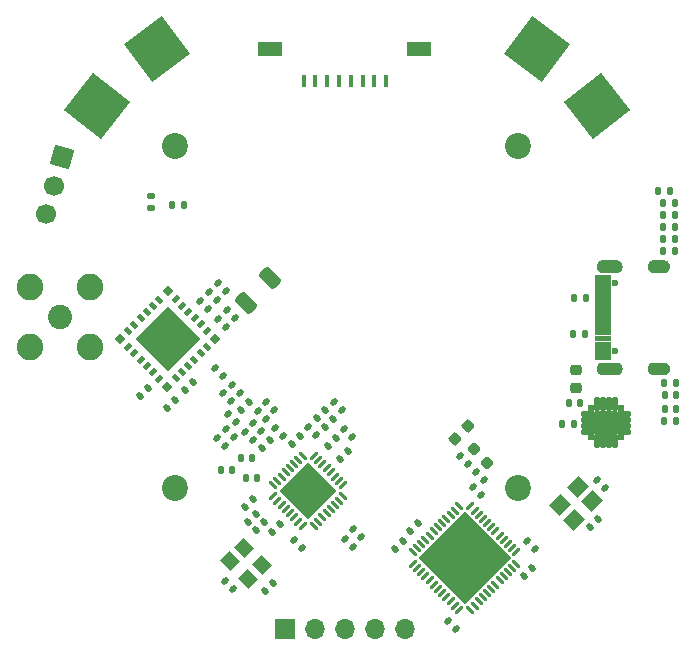
<source format=gbr>
%TF.GenerationSoftware,KiCad,Pcbnew,8.0.1*%
%TF.CreationDate,2024-09-30T12:45:29-07:00*%
%TF.ProjectId,rocketBeaconModule,726f636b-6574-4426-9561-636f6e4d6f64,rev?*%
%TF.SameCoordinates,Original*%
%TF.FileFunction,Soldermask,Top*%
%TF.FilePolarity,Negative*%
%FSLAX46Y46*%
G04 Gerber Fmt 4.6, Leading zero omitted, Abs format (unit mm)*
G04 Created by KiCad (PCBNEW 8.0.1) date 2024-09-30 12:45:29*
%MOMM*%
%LPD*%
G01*
G04 APERTURE LIST*
G04 Aperture macros list*
%AMRoundRect*
0 Rectangle with rounded corners*
0 $1 Rounding radius*
0 $2 $3 $4 $5 $6 $7 $8 $9 X,Y pos of 4 corners*
0 Add a 4 corners polygon primitive as box body*
4,1,4,$2,$3,$4,$5,$6,$7,$8,$9,$2,$3,0*
0 Add four circle primitives for the rounded corners*
1,1,$1+$1,$2,$3*
1,1,$1+$1,$4,$5*
1,1,$1+$1,$6,$7*
1,1,$1+$1,$8,$9*
0 Add four rect primitives between the rounded corners*
20,1,$1+$1,$2,$3,$4,$5,0*
20,1,$1+$1,$4,$5,$6,$7,0*
20,1,$1+$1,$6,$7,$8,$9,0*
20,1,$1+$1,$8,$9,$2,$3,0*%
%AMHorizOval*
0 Thick line with rounded ends*
0 $1 width*
0 $2 $3 position (X,Y) of the first rounded end (center of the circle)*
0 $4 $5 position (X,Y) of the second rounded end (center of the circle)*
0 Add line between two ends*
20,1,$1,$2,$3,$4,$5,0*
0 Add two circle primitives to create the rounded ends*
1,1,$1,$2,$3*
1,1,$1,$4,$5*%
%AMRotRect*
0 Rectangle, with rotation*
0 The origin of the aperture is its center*
0 $1 length*
0 $2 width*
0 $3 Rotation angle, in degrees counterclockwise*
0 Add horizontal line*
21,1,$1,$2,0,0,$3*%
G04 Aperture macros list end*
%ADD10C,0.010000*%
%ADD11RoundRect,0.140000X-0.219203X-0.021213X-0.021213X-0.219203X0.219203X0.021213X0.021213X0.219203X0*%
%ADD12RoundRect,0.140000X0.219203X0.021213X0.021213X0.219203X-0.219203X-0.021213X-0.021213X-0.219203X0*%
%ADD13RoundRect,0.140000X-0.021213X0.219203X-0.219203X0.021213X0.021213X-0.219203X0.219203X-0.021213X0*%
%ADD14RoundRect,0.062500X0.309359X-0.220971X-0.220971X0.309359X-0.309359X0.220971X0.220971X-0.309359X0*%
%ADD15RoundRect,0.062500X0.309359X0.220971X0.220971X0.309359X-0.309359X-0.220971X-0.220971X-0.309359X0*%
%ADD16RotRect,3.450000X3.450000X135.000000*%
%ADD17RotRect,1.700000X1.700000X344.000000*%
%ADD18HorizOval,1.700000X0.000000X0.000000X0.000000X0.000000X0*%
%ADD19RoundRect,0.102000X-0.175000X0.175000X-0.175000X-0.175000X0.175000X-0.175000X0.175000X0.175000X0*%
%ADD20RoundRect,0.102000X-0.150000X-0.450000X0.150000X-0.450000X0.150000X0.450000X-0.150000X0.450000X0*%
%ADD21RoundRect,0.102000X0.450000X-0.150000X0.450000X0.150000X-0.450000X0.150000X-0.450000X-0.150000X0*%
%ADD22RoundRect,0.102000X0.150000X0.450000X-0.150000X0.450000X-0.150000X-0.450000X0.150000X-0.450000X0*%
%ADD23RoundRect,0.102000X-0.450000X0.150000X-0.450000X-0.150000X0.450000X-0.150000X0.450000X0.150000X0*%
%ADD24RoundRect,0.102000X-0.900000X0.900000X-0.900000X-0.900000X0.900000X-0.900000X0.900000X0.900000X0*%
%ADD25RoundRect,0.135000X-0.135000X-0.185000X0.135000X-0.185000X0.135000X0.185000X-0.135000X0.185000X0*%
%ADD26RoundRect,0.140000X0.021213X-0.219203X0.219203X-0.021213X-0.021213X0.219203X-0.219203X0.021213X0*%
%ADD27R,1.700000X1.700000*%
%ADD28O,1.700000X1.700000*%
%ADD29R,0.400000X1.000000*%
%ADD30R,2.000000X1.300000*%
%ADD31RoundRect,0.140000X-0.140000X-0.170000X0.140000X-0.170000X0.140000X0.170000X-0.140000X0.170000X0*%
%ADD32C,2.200000*%
%ADD33RoundRect,0.135000X-0.185000X0.135000X-0.185000X-0.135000X0.185000X-0.135000X0.185000X0.135000X0*%
%ADD34RoundRect,0.140000X0.140000X0.170000X-0.140000X0.170000X-0.140000X-0.170000X0.140000X-0.170000X0*%
%ADD35RoundRect,0.135000X0.135000X0.185000X-0.135000X0.185000X-0.135000X-0.185000X0.135000X-0.185000X0*%
%ADD36RoundRect,0.062500X0.220971X0.309359X-0.309359X-0.220971X-0.220971X-0.309359X0.309359X0.220971X0*%
%ADD37RoundRect,0.062500X-0.220971X0.309359X-0.309359X0.220971X0.220971X-0.309359X0.309359X-0.220971X0*%
%ADD38RotRect,5.600000X5.600000X225.000000*%
%ADD39RoundRect,0.147500X-0.147500X-0.172500X0.147500X-0.172500X0.147500X0.172500X-0.147500X0.172500X0*%
%ADD40RotRect,4.000000X4.000000X37.000000*%
%ADD41C,2.050000*%
%ADD42C,2.250000*%
%ADD43RotRect,4.000000X4.000000X52.000000*%
%ADD44RoundRect,0.147500X0.147500X0.172500X-0.147500X0.172500X-0.147500X-0.172500X0.147500X-0.172500X0*%
%ADD45RoundRect,0.225000X0.250000X-0.225000X0.250000X0.225000X-0.250000X0.225000X-0.250000X-0.225000X0*%
%ADD46RoundRect,0.250000X-0.229810X0.689429X-0.689429X0.229810X0.229810X-0.689429X0.689429X-0.229810X0*%
%ADD47RoundRect,0.218750X0.335876X0.026517X0.026517X0.335876X-0.335876X-0.026517X-0.026517X-0.335876X0*%
%ADD48RotRect,0.609600X0.609600X315.000000*%
%ADD49RotRect,0.457200X0.609600X45.000000*%
%ADD50RotRect,0.457200X0.609600X315.000000*%
%ADD51RotRect,3.886200X3.886200X315.000000*%
%ADD52RotRect,1.300000X1.100000X315.000000*%
%ADD53C,0.600000*%
%ADD54RotRect,1.400000X1.200000X45.000000*%
%ADD55RoundRect,0.225000X0.017678X-0.335876X0.335876X-0.017678X-0.017678X0.335876X-0.335876X0.017678X0*%
%ADD56RotRect,4.000000X4.000000X143.000000*%
%ADD57RotRect,4.000000X4.000000X128.000000*%
G04 APERTURE END LIST*
D10*
%TO.C,J1*%
X94295000Y-123896000D02*
X93055000Y-123896000D01*
X93055001Y-123196000D01*
X94295000Y-123196000D01*
X94295000Y-123896000D01*
G36*
X94295000Y-123896000D02*
G01*
X93055000Y-123896000D01*
X93055001Y-123196000D01*
X94295000Y-123196000D01*
X94295000Y-123896000D01*
G37*
X94295000Y-124696000D02*
X93055000Y-124696001D01*
X93055000Y-123996000D01*
X94295000Y-123996000D01*
X94295000Y-124696000D01*
G36*
X94295000Y-124696000D02*
G01*
X93055000Y-124696001D01*
X93055000Y-123996000D01*
X94295000Y-123996000D01*
X94295000Y-124696000D01*
G37*
X94295000Y-125195999D02*
X93055000Y-125196000D01*
X93055000Y-124796000D01*
X94295000Y-124796000D01*
X94295000Y-125195999D01*
G36*
X94295000Y-125195999D02*
G01*
X93055000Y-125196000D01*
X93055000Y-124796000D01*
X94295000Y-124796000D01*
X94295000Y-125195999D01*
G37*
X94295000Y-125696000D02*
X93055000Y-125695999D01*
X93055000Y-125296000D01*
X94295000Y-125296000D01*
X94295000Y-125696000D01*
G36*
X94295000Y-125696000D02*
G01*
X93055000Y-125695999D01*
X93055000Y-125296000D01*
X94295000Y-125296000D01*
X94295000Y-125696000D01*
G37*
X94295000Y-125796001D02*
X94295000Y-126196000D01*
X93055000Y-126196000D01*
X93055000Y-125796000D01*
X94295000Y-125796001D01*
G36*
X94295000Y-125796001D02*
G01*
X94295000Y-126196000D01*
X93055000Y-126196000D01*
X93055000Y-125796000D01*
X94295000Y-125796001D01*
G37*
X94295000Y-126696000D02*
X93055000Y-126696000D01*
X93055001Y-126296000D01*
X94295000Y-126296000D01*
X94295000Y-126696000D01*
G36*
X94295000Y-126696000D02*
G01*
X93055000Y-126696000D01*
X93055001Y-126296000D01*
X94295000Y-126296000D01*
X94295000Y-126696000D01*
G37*
X94295000Y-127695999D02*
X93055000Y-127696000D01*
X93055000Y-127296000D01*
X94295000Y-127296000D01*
X94295000Y-127695999D01*
G36*
X94295000Y-127695999D02*
G01*
X93055000Y-127696000D01*
X93055000Y-127296000D01*
X94295000Y-127296000D01*
X94295000Y-127695999D01*
G37*
X94295000Y-128196000D02*
X93055000Y-128196000D01*
X93055000Y-127796001D01*
X94295000Y-127796000D01*
X94295000Y-128196000D01*
G36*
X94295000Y-128196000D02*
G01*
X93055000Y-128196000D01*
X93055000Y-127796001D01*
X94295000Y-127796000D01*
X94295000Y-128196000D01*
G37*
X94295000Y-128296001D02*
X94295000Y-128696000D01*
X93055000Y-128696000D01*
X93055000Y-128296000D01*
X94295000Y-128296001D01*
G36*
X94295000Y-128296001D02*
G01*
X94295000Y-128696000D01*
X93055000Y-128696000D01*
X93055000Y-128296000D01*
X94295000Y-128296001D01*
G37*
X94295000Y-128796000D02*
X94295000Y-129496000D01*
X93055000Y-129496000D01*
X93055000Y-128795999D01*
X94295000Y-128796000D01*
G36*
X94295000Y-128796000D02*
G01*
X94295000Y-129496000D01*
X93055000Y-129496000D01*
X93055000Y-128795999D01*
X94295000Y-128796000D01*
G37*
X94295000Y-127196000D02*
X93055001Y-127196000D01*
X93055000Y-126796000D01*
X94295000Y-126796000D01*
X94295000Y-127196000D01*
G36*
X94295000Y-127196000D02*
G01*
X93055001Y-127196000D01*
X93055000Y-126796000D01*
X94295000Y-126796000D01*
X94295000Y-127196000D01*
G37*
X94295000Y-130296000D02*
X93055001Y-130296000D01*
X93055000Y-129596000D01*
X94295000Y-129596000D01*
X94295000Y-130296000D01*
G36*
X94295000Y-130296000D02*
G01*
X93055001Y-130296000D01*
X93055000Y-129596000D01*
X94295000Y-129596000D01*
X94295000Y-130296000D01*
G37*
X94831000Y-121922000D02*
X94857000Y-121924000D01*
X94883000Y-121927000D01*
X94909001Y-121932000D01*
X94934000Y-121938000D01*
X94960000Y-121945000D01*
X94984000Y-121954000D01*
X95008001Y-121964000D01*
X95032000Y-121975000D01*
X95055000Y-121988000D01*
X95077000Y-122002000D01*
X95099000Y-122016000D01*
X95120000Y-122032001D01*
X95140000Y-122049000D01*
X95159000Y-122067000D01*
X95177000Y-122086000D01*
X95194000Y-122106001D01*
X95210000Y-122127000D01*
X95224000Y-122149000D01*
X95238000Y-122171000D01*
X95251000Y-122194000D01*
X95262000Y-122218000D01*
X95272000Y-122242000D01*
X95281000Y-122266000D01*
X95288000Y-122291999D01*
X95294000Y-122317000D01*
X95299000Y-122343000D01*
X95302000Y-122369000D01*
X95304000Y-122395000D01*
X95305000Y-122421000D01*
X95304000Y-122451000D01*
X95301000Y-122478000D01*
X95297000Y-122504000D01*
X95292000Y-122530000D01*
X95285000Y-122555000D01*
X95278000Y-122580000D01*
X95268000Y-122605000D01*
X95258000Y-122629000D01*
X95246000Y-122652999D01*
X95233000Y-122676000D01*
X95219000Y-122698000D01*
X95203000Y-122720000D01*
X95187000Y-122741000D01*
X95169000Y-122760000D01*
X95151000Y-122779000D01*
X95131000Y-122797000D01*
X95111000Y-122814000D01*
X95090000Y-122830000D01*
X95068000Y-122844000D01*
X95045000Y-122858000D01*
X95021000Y-122870001D01*
X94997000Y-122881000D01*
X94973000Y-122891000D01*
X94948000Y-122899000D01*
X94922000Y-122906000D01*
X94896000Y-122912000D01*
X94869999Y-122916000D01*
X94844000Y-122919000D01*
X94818000Y-122921000D01*
X94795000Y-122921000D01*
X93694999Y-122921000D01*
X93665000Y-122920000D01*
X93640000Y-122917000D01*
X93614000Y-122914000D01*
X93589000Y-122908000D01*
X93563999Y-122902000D01*
X93539000Y-122894000D01*
X93515000Y-122885000D01*
X93491000Y-122875000D01*
X93468000Y-122863000D01*
X93445000Y-122850000D01*
X93422999Y-122836000D01*
X93402001Y-122821000D01*
X93382000Y-122805000D01*
X93362000Y-122788000D01*
X93344000Y-122770000D01*
X93326000Y-122751000D01*
X93310000Y-122731000D01*
X93294000Y-122710000D01*
X93280000Y-122688000D01*
X93267000Y-122666000D01*
X93255000Y-122643000D01*
X93244000Y-122619000D01*
X93235000Y-122595000D01*
X93227000Y-122571000D01*
X93220000Y-122546000D01*
X93214000Y-122520000D01*
X93210000Y-122495000D01*
X93207000Y-122469000D01*
X93205000Y-122443000D01*
X93205000Y-122421000D01*
X93206000Y-122395000D01*
X93208000Y-122369001D01*
X93211000Y-122343000D01*
X93216000Y-122317000D01*
X93222000Y-122292000D01*
X93229000Y-122266000D01*
X93238000Y-122242000D01*
X93248000Y-122218000D01*
X93258999Y-122194000D01*
X93272000Y-122171000D01*
X93286000Y-122149000D01*
X93300000Y-122127000D01*
X93316000Y-122106000D01*
X93333000Y-122086000D01*
X93351000Y-122067000D01*
X93370000Y-122049000D01*
X93390000Y-122032000D01*
X93411001Y-122016000D01*
X93433000Y-122001999D01*
X93455000Y-121988000D01*
X93478000Y-121975000D01*
X93502000Y-121964000D01*
X93526000Y-121954000D01*
X93550000Y-121945000D01*
X93576000Y-121938000D01*
X93601000Y-121932000D01*
X93627000Y-121927000D01*
X93653000Y-121924001D01*
X93679000Y-121922000D01*
X93705000Y-121921000D01*
X94805000Y-121921000D01*
X94831000Y-121922000D01*
G36*
X94831000Y-121922000D02*
G01*
X94857000Y-121924000D01*
X94883000Y-121927000D01*
X94909001Y-121932000D01*
X94934000Y-121938000D01*
X94960000Y-121945000D01*
X94984000Y-121954000D01*
X95008001Y-121964000D01*
X95032000Y-121975000D01*
X95055000Y-121988000D01*
X95077000Y-122002000D01*
X95099000Y-122016000D01*
X95120000Y-122032001D01*
X95140000Y-122049000D01*
X95159000Y-122067000D01*
X95177000Y-122086000D01*
X95194000Y-122106001D01*
X95210000Y-122127000D01*
X95224000Y-122149000D01*
X95238000Y-122171000D01*
X95251000Y-122194000D01*
X95262000Y-122218000D01*
X95272000Y-122242000D01*
X95281000Y-122266000D01*
X95288000Y-122291999D01*
X95294000Y-122317000D01*
X95299000Y-122343000D01*
X95302000Y-122369000D01*
X95304000Y-122395000D01*
X95305000Y-122421000D01*
X95304000Y-122451000D01*
X95301000Y-122478000D01*
X95297000Y-122504000D01*
X95292000Y-122530000D01*
X95285000Y-122555000D01*
X95278000Y-122580000D01*
X95268000Y-122605000D01*
X95258000Y-122629000D01*
X95246000Y-122652999D01*
X95233000Y-122676000D01*
X95219000Y-122698000D01*
X95203000Y-122720000D01*
X95187000Y-122741000D01*
X95169000Y-122760000D01*
X95151000Y-122779000D01*
X95131000Y-122797000D01*
X95111000Y-122814000D01*
X95090000Y-122830000D01*
X95068000Y-122844000D01*
X95045000Y-122858000D01*
X95021000Y-122870001D01*
X94997000Y-122881000D01*
X94973000Y-122891000D01*
X94948000Y-122899000D01*
X94922000Y-122906000D01*
X94896000Y-122912000D01*
X94869999Y-122916000D01*
X94844000Y-122919000D01*
X94818000Y-122921000D01*
X94795000Y-122921000D01*
X93694999Y-122921000D01*
X93665000Y-122920000D01*
X93640000Y-122917000D01*
X93614000Y-122914000D01*
X93589000Y-122908000D01*
X93563999Y-122902000D01*
X93539000Y-122894000D01*
X93515000Y-122885000D01*
X93491000Y-122875000D01*
X93468000Y-122863000D01*
X93445000Y-122850000D01*
X93422999Y-122836000D01*
X93402001Y-122821000D01*
X93382000Y-122805000D01*
X93362000Y-122788000D01*
X93344000Y-122770000D01*
X93326000Y-122751000D01*
X93310000Y-122731000D01*
X93294000Y-122710000D01*
X93280000Y-122688000D01*
X93267000Y-122666000D01*
X93255000Y-122643000D01*
X93244000Y-122619000D01*
X93235000Y-122595000D01*
X93227000Y-122571000D01*
X93220000Y-122546000D01*
X93214000Y-122520000D01*
X93210000Y-122495000D01*
X93207000Y-122469000D01*
X93205000Y-122443000D01*
X93205000Y-122421000D01*
X93206000Y-122395000D01*
X93208000Y-122369001D01*
X93211000Y-122343000D01*
X93216000Y-122317000D01*
X93222000Y-122292000D01*
X93229000Y-122266000D01*
X93238000Y-122242000D01*
X93248000Y-122218000D01*
X93258999Y-122194000D01*
X93272000Y-122171000D01*
X93286000Y-122149000D01*
X93300000Y-122127000D01*
X93316000Y-122106000D01*
X93333000Y-122086000D01*
X93351000Y-122067000D01*
X93370000Y-122049000D01*
X93390000Y-122032000D01*
X93411001Y-122016000D01*
X93433000Y-122001999D01*
X93455000Y-121988000D01*
X93478000Y-121975000D01*
X93502000Y-121964000D01*
X93526000Y-121954000D01*
X93550000Y-121945000D01*
X93576000Y-121938000D01*
X93601000Y-121932000D01*
X93627000Y-121927000D01*
X93653000Y-121924001D01*
X93679000Y-121922000D01*
X93705000Y-121921000D01*
X94805000Y-121921000D01*
X94831000Y-121922000D01*
G37*
X94805000Y-130571000D02*
X94831000Y-130572000D01*
X94857000Y-130574000D01*
X94883000Y-130577000D01*
X94909000Y-130582000D01*
X94934000Y-130588000D01*
X94960000Y-130595000D01*
X94984001Y-130604000D01*
X95008000Y-130614000D01*
X95032000Y-130625000D01*
X95055000Y-130638000D01*
X95077000Y-130652001D01*
X95099000Y-130666000D01*
X95120000Y-130682000D01*
X95140000Y-130699000D01*
X95159000Y-130717000D01*
X95177000Y-130736000D01*
X95194000Y-130756000D01*
X95210000Y-130777000D01*
X95224000Y-130799000D01*
X95238000Y-130821000D01*
X95251000Y-130844001D01*
X95262000Y-130868000D01*
X95272000Y-130892000D01*
X95281000Y-130916000D01*
X95288000Y-130942000D01*
X95294000Y-130967000D01*
X95299000Y-130993000D01*
X95302000Y-131019000D01*
X95304000Y-131045000D01*
X95305000Y-131071000D01*
X95304000Y-131097000D01*
X95302000Y-131123000D01*
X95299000Y-131149000D01*
X95294000Y-131175000D01*
X95288000Y-131200001D01*
X95281000Y-131226000D01*
X95272000Y-131250000D01*
X95262000Y-131274000D01*
X95251000Y-131298000D01*
X95238000Y-131321000D01*
X95224000Y-131343000D01*
X95210000Y-131365000D01*
X95194000Y-131385999D01*
X95177000Y-131406000D01*
X95159000Y-131425000D01*
X95140000Y-131443000D01*
X95120000Y-131459999D01*
X95099000Y-131476000D01*
X95077000Y-131490000D01*
X95055000Y-131504000D01*
X95032000Y-131517000D01*
X95008001Y-131528000D01*
X94984000Y-131538000D01*
X94960000Y-131547000D01*
X94934000Y-131554000D01*
X94909001Y-131560000D01*
X94883000Y-131565000D01*
X94857000Y-131568000D01*
X94831000Y-131570000D01*
X94805000Y-131571000D01*
X93705000Y-131571000D01*
X93679000Y-131570000D01*
X93653000Y-131567999D01*
X93627000Y-131565000D01*
X93601000Y-131560000D01*
X93576000Y-131554000D01*
X93550000Y-131547000D01*
X93526000Y-131538000D01*
X93502000Y-131528000D01*
X93478000Y-131517000D01*
X93455000Y-131504000D01*
X93433000Y-131490001D01*
X93411001Y-131476000D01*
X93390000Y-131460000D01*
X93370000Y-131443000D01*
X93351000Y-131425000D01*
X93333000Y-131406000D01*
X93316000Y-131386000D01*
X93300000Y-131365000D01*
X93286000Y-131343000D01*
X93272000Y-131321000D01*
X93258999Y-131298000D01*
X93248000Y-131274000D01*
X93238000Y-131250000D01*
X93229000Y-131226000D01*
X93222000Y-131200000D01*
X93216000Y-131175000D01*
X93211000Y-131149000D01*
X93208000Y-131122999D01*
X93206000Y-131097000D01*
X93205000Y-131071000D01*
X93206000Y-131045000D01*
X93208000Y-131019000D01*
X93211000Y-130993000D01*
X93216000Y-130967000D01*
X93221999Y-130942000D01*
X93229000Y-130916000D01*
X93238000Y-130892000D01*
X93248000Y-130868000D01*
X93259000Y-130844000D01*
X93272000Y-130821000D01*
X93286000Y-130799000D01*
X93300000Y-130777000D01*
X93316000Y-130756000D01*
X93333000Y-130736000D01*
X93351000Y-130717000D01*
X93370000Y-130699000D01*
X93390000Y-130682000D01*
X93411000Y-130666000D01*
X93433000Y-130652000D01*
X93455000Y-130638000D01*
X93478000Y-130625000D01*
X93502000Y-130614000D01*
X93526000Y-130604000D01*
X93549999Y-130595000D01*
X93576000Y-130588000D01*
X93601000Y-130582001D01*
X93627000Y-130577000D01*
X93653000Y-130574000D01*
X93679000Y-130572000D01*
X93705000Y-130570999D01*
X94805000Y-130571000D01*
G36*
X94805000Y-130571000D02*
G01*
X94831000Y-130572000D01*
X94857000Y-130574000D01*
X94883000Y-130577000D01*
X94909000Y-130582000D01*
X94934000Y-130588000D01*
X94960000Y-130595000D01*
X94984001Y-130604000D01*
X95008000Y-130614000D01*
X95032000Y-130625000D01*
X95055000Y-130638000D01*
X95077000Y-130652001D01*
X95099000Y-130666000D01*
X95120000Y-130682000D01*
X95140000Y-130699000D01*
X95159000Y-130717000D01*
X95177000Y-130736000D01*
X95194000Y-130756000D01*
X95210000Y-130777000D01*
X95224000Y-130799000D01*
X95238000Y-130821000D01*
X95251000Y-130844001D01*
X95262000Y-130868000D01*
X95272000Y-130892000D01*
X95281000Y-130916000D01*
X95288000Y-130942000D01*
X95294000Y-130967000D01*
X95299000Y-130993000D01*
X95302000Y-131019000D01*
X95304000Y-131045000D01*
X95305000Y-131071000D01*
X95304000Y-131097000D01*
X95302000Y-131123000D01*
X95299000Y-131149000D01*
X95294000Y-131175000D01*
X95288000Y-131200001D01*
X95281000Y-131226000D01*
X95272000Y-131250000D01*
X95262000Y-131274000D01*
X95251000Y-131298000D01*
X95238000Y-131321000D01*
X95224000Y-131343000D01*
X95210000Y-131365000D01*
X95194000Y-131385999D01*
X95177000Y-131406000D01*
X95159000Y-131425000D01*
X95140000Y-131443000D01*
X95120000Y-131459999D01*
X95099000Y-131476000D01*
X95077000Y-131490000D01*
X95055000Y-131504000D01*
X95032000Y-131517000D01*
X95008001Y-131528000D01*
X94984000Y-131538000D01*
X94960000Y-131547000D01*
X94934000Y-131554000D01*
X94909001Y-131560000D01*
X94883000Y-131565000D01*
X94857000Y-131568000D01*
X94831000Y-131570000D01*
X94805000Y-131571000D01*
X93705000Y-131571000D01*
X93679000Y-131570000D01*
X93653000Y-131567999D01*
X93627000Y-131565000D01*
X93601000Y-131560000D01*
X93576000Y-131554000D01*
X93550000Y-131547000D01*
X93526000Y-131538000D01*
X93502000Y-131528000D01*
X93478000Y-131517000D01*
X93455000Y-131504000D01*
X93433000Y-131490001D01*
X93411001Y-131476000D01*
X93390000Y-131460000D01*
X93370000Y-131443000D01*
X93351000Y-131425000D01*
X93333000Y-131406000D01*
X93316000Y-131386000D01*
X93300000Y-131365000D01*
X93286000Y-131343000D01*
X93272000Y-131321000D01*
X93258999Y-131298000D01*
X93248000Y-131274000D01*
X93238000Y-131250000D01*
X93229000Y-131226000D01*
X93222000Y-131200000D01*
X93216000Y-131175000D01*
X93211000Y-131149000D01*
X93208000Y-131122999D01*
X93206000Y-131097000D01*
X93205000Y-131071000D01*
X93206000Y-131045000D01*
X93208000Y-131019000D01*
X93211000Y-130993000D01*
X93216000Y-130967000D01*
X93221999Y-130942000D01*
X93229000Y-130916000D01*
X93238000Y-130892000D01*
X93248000Y-130868000D01*
X93259000Y-130844000D01*
X93272000Y-130821000D01*
X93286000Y-130799000D01*
X93300000Y-130777000D01*
X93316000Y-130756000D01*
X93333000Y-130736000D01*
X93351000Y-130717000D01*
X93370000Y-130699000D01*
X93390000Y-130682000D01*
X93411000Y-130666000D01*
X93433000Y-130652000D01*
X93455000Y-130638000D01*
X93478000Y-130625000D01*
X93502000Y-130614000D01*
X93526000Y-130604000D01*
X93549999Y-130595000D01*
X93576000Y-130588000D01*
X93601000Y-130582001D01*
X93627000Y-130577000D01*
X93653000Y-130574000D01*
X93679000Y-130572000D01*
X93705000Y-130570999D01*
X94805000Y-130571000D01*
G37*
X98851000Y-121921999D02*
X98877000Y-121924000D01*
X98903000Y-121926999D01*
X98929000Y-121932000D01*
X98954000Y-121938000D01*
X98980000Y-121945000D01*
X99004000Y-121954000D01*
X99028000Y-121964000D01*
X99051999Y-121975000D01*
X99074999Y-121988000D01*
X99097000Y-122002000D01*
X99119000Y-122016000D01*
X99140000Y-122032000D01*
X99160000Y-122049000D01*
X99179000Y-122067000D01*
X99197000Y-122086000D01*
X99214000Y-122106000D01*
X99230000Y-122127000D01*
X99244000Y-122149001D01*
X99257999Y-122171000D01*
X99271000Y-122194000D01*
X99282000Y-122218000D01*
X99292001Y-122242000D01*
X99301000Y-122266000D01*
X99308000Y-122292000D01*
X99314000Y-122317000D01*
X99319000Y-122343000D01*
X99322000Y-122369000D01*
X99324000Y-122394999D01*
X99325000Y-122421000D01*
X99324000Y-122447000D01*
X99322000Y-122473000D01*
X99319000Y-122499000D01*
X99314000Y-122525000D01*
X99308000Y-122550000D01*
X99301000Y-122576000D01*
X99292000Y-122600000D01*
X99282000Y-122624000D01*
X99271000Y-122648000D01*
X99258000Y-122671000D01*
X99244000Y-122693000D01*
X99230000Y-122715001D01*
X99214000Y-122736000D01*
X99196999Y-122756000D01*
X99179000Y-122774999D01*
X99160000Y-122792999D01*
X99140000Y-122810000D01*
X99119001Y-122826000D01*
X99097000Y-122840000D01*
X99075000Y-122854000D01*
X99052000Y-122867000D01*
X99027999Y-122878000D01*
X99004000Y-122888000D01*
X98980000Y-122897000D01*
X98954000Y-122904000D01*
X98929000Y-122910000D01*
X98903000Y-122915000D01*
X98877000Y-122918000D01*
X98851000Y-122920000D01*
X98825000Y-122921000D01*
X98025000Y-122921000D01*
X97999000Y-122920000D01*
X97973000Y-122918000D01*
X97947000Y-122915000D01*
X97921000Y-122910000D01*
X97896000Y-122904000D01*
X97870000Y-122897000D01*
X97846000Y-122888000D01*
X97822001Y-122878000D01*
X97798000Y-122867000D01*
X97775000Y-122854000D01*
X97753000Y-122840000D01*
X97730999Y-122826000D01*
X97710000Y-122810000D01*
X97690000Y-122792999D01*
X97671000Y-122774999D01*
X97653001Y-122756000D01*
X97636000Y-122736000D01*
X97620000Y-122715001D01*
X97606000Y-122693000D01*
X97592000Y-122671000D01*
X97579000Y-122648000D01*
X97568000Y-122624000D01*
X97558000Y-122600000D01*
X97549000Y-122576000D01*
X97542000Y-122550000D01*
X97536000Y-122525000D01*
X97531000Y-122499000D01*
X97528000Y-122473000D01*
X97526000Y-122447000D01*
X97525000Y-122421000D01*
X97526000Y-122394999D01*
X97528000Y-122369000D01*
X97531000Y-122343000D01*
X97536000Y-122317000D01*
X97542000Y-122292000D01*
X97549000Y-122266000D01*
X97557999Y-122242000D01*
X97568000Y-122218000D01*
X97579000Y-122194000D01*
X97592001Y-122171000D01*
X97606000Y-122149001D01*
X97620000Y-122127000D01*
X97636000Y-122106000D01*
X97653000Y-122086000D01*
X97671000Y-122067000D01*
X97690000Y-122049000D01*
X97710000Y-122032000D01*
X97731000Y-122016000D01*
X97753000Y-122002000D01*
X97775001Y-121988000D01*
X97798001Y-121975000D01*
X97822000Y-121964000D01*
X97846000Y-121954000D01*
X97870000Y-121945000D01*
X97896000Y-121938000D01*
X97921000Y-121932000D01*
X97947000Y-121926999D01*
X97973000Y-121924000D01*
X97999000Y-121921999D01*
X98025000Y-121921000D01*
X98825000Y-121921000D01*
X98851000Y-121921999D01*
G36*
X98851000Y-121921999D02*
G01*
X98877000Y-121924000D01*
X98903000Y-121926999D01*
X98929000Y-121932000D01*
X98954000Y-121938000D01*
X98980000Y-121945000D01*
X99004000Y-121954000D01*
X99028000Y-121964000D01*
X99051999Y-121975000D01*
X99074999Y-121988000D01*
X99097000Y-122002000D01*
X99119000Y-122016000D01*
X99140000Y-122032000D01*
X99160000Y-122049000D01*
X99179000Y-122067000D01*
X99197000Y-122086000D01*
X99214000Y-122106000D01*
X99230000Y-122127000D01*
X99244000Y-122149001D01*
X99257999Y-122171000D01*
X99271000Y-122194000D01*
X99282000Y-122218000D01*
X99292001Y-122242000D01*
X99301000Y-122266000D01*
X99308000Y-122292000D01*
X99314000Y-122317000D01*
X99319000Y-122343000D01*
X99322000Y-122369000D01*
X99324000Y-122394999D01*
X99325000Y-122421000D01*
X99324000Y-122447000D01*
X99322000Y-122473000D01*
X99319000Y-122499000D01*
X99314000Y-122525000D01*
X99308000Y-122550000D01*
X99301000Y-122576000D01*
X99292000Y-122600000D01*
X99282000Y-122624000D01*
X99271000Y-122648000D01*
X99258000Y-122671000D01*
X99244000Y-122693000D01*
X99230000Y-122715001D01*
X99214000Y-122736000D01*
X99196999Y-122756000D01*
X99179000Y-122774999D01*
X99160000Y-122792999D01*
X99140000Y-122810000D01*
X99119001Y-122826000D01*
X99097000Y-122840000D01*
X99075000Y-122854000D01*
X99052000Y-122867000D01*
X99027999Y-122878000D01*
X99004000Y-122888000D01*
X98980000Y-122897000D01*
X98954000Y-122904000D01*
X98929000Y-122910000D01*
X98903000Y-122915000D01*
X98877000Y-122918000D01*
X98851000Y-122920000D01*
X98825000Y-122921000D01*
X98025000Y-122921000D01*
X97999000Y-122920000D01*
X97973000Y-122918000D01*
X97947000Y-122915000D01*
X97921000Y-122910000D01*
X97896000Y-122904000D01*
X97870000Y-122897000D01*
X97846000Y-122888000D01*
X97822001Y-122878000D01*
X97798000Y-122867000D01*
X97775000Y-122854000D01*
X97753000Y-122840000D01*
X97730999Y-122826000D01*
X97710000Y-122810000D01*
X97690000Y-122792999D01*
X97671000Y-122774999D01*
X97653001Y-122756000D01*
X97636000Y-122736000D01*
X97620000Y-122715001D01*
X97606000Y-122693000D01*
X97592000Y-122671000D01*
X97579000Y-122648000D01*
X97568000Y-122624000D01*
X97558000Y-122600000D01*
X97549000Y-122576000D01*
X97542000Y-122550000D01*
X97536000Y-122525000D01*
X97531000Y-122499000D01*
X97528000Y-122473000D01*
X97526000Y-122447000D01*
X97525000Y-122421000D01*
X97526000Y-122394999D01*
X97528000Y-122369000D01*
X97531000Y-122343000D01*
X97536000Y-122317000D01*
X97542000Y-122292000D01*
X97549000Y-122266000D01*
X97557999Y-122242000D01*
X97568000Y-122218000D01*
X97579000Y-122194000D01*
X97592001Y-122171000D01*
X97606000Y-122149001D01*
X97620000Y-122127000D01*
X97636000Y-122106000D01*
X97653000Y-122086000D01*
X97671000Y-122067000D01*
X97690000Y-122049000D01*
X97710000Y-122032000D01*
X97731000Y-122016000D01*
X97753000Y-122002000D01*
X97775001Y-121988000D01*
X97798001Y-121975000D01*
X97822000Y-121964000D01*
X97846000Y-121954000D01*
X97870000Y-121945000D01*
X97896000Y-121938000D01*
X97921000Y-121932000D01*
X97947000Y-121926999D01*
X97973000Y-121924000D01*
X97999000Y-121921999D01*
X98025000Y-121921000D01*
X98825000Y-121921000D01*
X98851000Y-121921999D01*
G37*
X98851000Y-130572000D02*
X98877000Y-130574000D01*
X98903000Y-130577000D01*
X98929000Y-130582000D01*
X98954000Y-130588000D01*
X98980000Y-130595000D01*
X99004000Y-130604000D01*
X99027999Y-130614000D01*
X99052000Y-130625000D01*
X99075000Y-130638000D01*
X99097000Y-130652000D01*
X99119001Y-130666000D01*
X99140000Y-130682000D01*
X99160000Y-130699001D01*
X99179000Y-130717001D01*
X99196999Y-130736000D01*
X99214000Y-130756000D01*
X99230000Y-130776999D01*
X99244000Y-130799000D01*
X99258000Y-130821000D01*
X99271000Y-130844000D01*
X99282000Y-130868000D01*
X99292000Y-130892000D01*
X99301000Y-130916000D01*
X99308000Y-130942000D01*
X99314000Y-130967000D01*
X99319000Y-130993000D01*
X99322000Y-131019000D01*
X99324000Y-131045000D01*
X99325000Y-131071000D01*
X99324000Y-131097001D01*
X99322000Y-131123000D01*
X99319000Y-131149000D01*
X99314000Y-131175000D01*
X99308000Y-131200000D01*
X99301000Y-131226000D01*
X99292001Y-131250000D01*
X99282000Y-131274000D01*
X99271000Y-131298000D01*
X99257999Y-131321000D01*
X99244000Y-131342999D01*
X99230000Y-131365000D01*
X99214000Y-131386000D01*
X99197000Y-131406000D01*
X99179000Y-131425000D01*
X99160000Y-131443000D01*
X99140000Y-131460000D01*
X99119000Y-131476000D01*
X99097000Y-131490000D01*
X99074999Y-131504000D01*
X99051999Y-131517000D01*
X99028000Y-131528000D01*
X99004000Y-131538000D01*
X98980000Y-131547000D01*
X98954000Y-131554000D01*
X98929000Y-131560000D01*
X98903000Y-131565001D01*
X98877000Y-131568000D01*
X98851000Y-131570001D01*
X98825000Y-131571000D01*
X98025000Y-131571000D01*
X97999000Y-131570001D01*
X97973000Y-131568000D01*
X97947000Y-131565001D01*
X97921000Y-131560000D01*
X97896000Y-131554000D01*
X97870000Y-131547000D01*
X97846000Y-131538000D01*
X97822000Y-131528000D01*
X97798001Y-131517000D01*
X97775001Y-131504000D01*
X97753000Y-131490000D01*
X97731000Y-131476000D01*
X97710000Y-131460000D01*
X97690000Y-131443000D01*
X97671000Y-131425000D01*
X97653000Y-131406000D01*
X97636000Y-131386000D01*
X97620000Y-131365000D01*
X97606000Y-131342999D01*
X97592001Y-131321000D01*
X97579000Y-131298000D01*
X97568000Y-131274000D01*
X97557999Y-131250000D01*
X97549000Y-131226000D01*
X97542000Y-131200000D01*
X97536000Y-131175000D01*
X97531000Y-131149000D01*
X97528000Y-131123000D01*
X97526000Y-131097001D01*
X97525000Y-131071000D01*
X97526000Y-131045000D01*
X97528000Y-131019000D01*
X97531000Y-130993000D01*
X97536000Y-130967000D01*
X97542000Y-130942000D01*
X97549000Y-130916000D01*
X97558000Y-130892000D01*
X97568000Y-130868000D01*
X97579000Y-130844000D01*
X97592000Y-130821000D01*
X97606000Y-130799000D01*
X97620000Y-130776999D01*
X97636000Y-130756000D01*
X97653001Y-130736000D01*
X97671000Y-130717001D01*
X97690000Y-130699001D01*
X97710000Y-130682000D01*
X97730999Y-130666000D01*
X97753000Y-130652000D01*
X97775000Y-130638000D01*
X97798000Y-130625000D01*
X97822001Y-130614000D01*
X97846000Y-130604000D01*
X97870000Y-130595000D01*
X97896000Y-130588000D01*
X97921000Y-130582000D01*
X97947000Y-130577000D01*
X97973000Y-130574000D01*
X97999000Y-130572000D01*
X98025000Y-130571000D01*
X98825000Y-130571000D01*
X98851000Y-130572000D01*
G36*
X98851000Y-130572000D02*
G01*
X98877000Y-130574000D01*
X98903000Y-130577000D01*
X98929000Y-130582000D01*
X98954000Y-130588000D01*
X98980000Y-130595000D01*
X99004000Y-130604000D01*
X99027999Y-130614000D01*
X99052000Y-130625000D01*
X99075000Y-130638000D01*
X99097000Y-130652000D01*
X99119001Y-130666000D01*
X99140000Y-130682000D01*
X99160000Y-130699001D01*
X99179000Y-130717001D01*
X99196999Y-130736000D01*
X99214000Y-130756000D01*
X99230000Y-130776999D01*
X99244000Y-130799000D01*
X99258000Y-130821000D01*
X99271000Y-130844000D01*
X99282000Y-130868000D01*
X99292000Y-130892000D01*
X99301000Y-130916000D01*
X99308000Y-130942000D01*
X99314000Y-130967000D01*
X99319000Y-130993000D01*
X99322000Y-131019000D01*
X99324000Y-131045000D01*
X99325000Y-131071000D01*
X99324000Y-131097001D01*
X99322000Y-131123000D01*
X99319000Y-131149000D01*
X99314000Y-131175000D01*
X99308000Y-131200000D01*
X99301000Y-131226000D01*
X99292001Y-131250000D01*
X99282000Y-131274000D01*
X99271000Y-131298000D01*
X99257999Y-131321000D01*
X99244000Y-131342999D01*
X99230000Y-131365000D01*
X99214000Y-131386000D01*
X99197000Y-131406000D01*
X99179000Y-131425000D01*
X99160000Y-131443000D01*
X99140000Y-131460000D01*
X99119000Y-131476000D01*
X99097000Y-131490000D01*
X99074999Y-131504000D01*
X99051999Y-131517000D01*
X99028000Y-131528000D01*
X99004000Y-131538000D01*
X98980000Y-131547000D01*
X98954000Y-131554000D01*
X98929000Y-131560000D01*
X98903000Y-131565001D01*
X98877000Y-131568000D01*
X98851000Y-131570001D01*
X98825000Y-131571000D01*
X98025000Y-131571000D01*
X97999000Y-131570001D01*
X97973000Y-131568000D01*
X97947000Y-131565001D01*
X97921000Y-131560000D01*
X97896000Y-131554000D01*
X97870000Y-131547000D01*
X97846000Y-131538000D01*
X97822000Y-131528000D01*
X97798001Y-131517000D01*
X97775001Y-131504000D01*
X97753000Y-131490000D01*
X97731000Y-131476000D01*
X97710000Y-131460000D01*
X97690000Y-131443000D01*
X97671000Y-131425000D01*
X97653000Y-131406000D01*
X97636000Y-131386000D01*
X97620000Y-131365000D01*
X97606000Y-131342999D01*
X97592001Y-131321000D01*
X97579000Y-131298000D01*
X97568000Y-131274000D01*
X97557999Y-131250000D01*
X97549000Y-131226000D01*
X97542000Y-131200000D01*
X97536000Y-131175000D01*
X97531000Y-131149000D01*
X97528000Y-131123000D01*
X97526000Y-131097001D01*
X97525000Y-131071000D01*
X97526000Y-131045000D01*
X97528000Y-131019000D01*
X97531000Y-130993000D01*
X97536000Y-130967000D01*
X97542000Y-130942000D01*
X97549000Y-130916000D01*
X97558000Y-130892000D01*
X97568000Y-130868000D01*
X97579000Y-130844000D01*
X97592000Y-130821000D01*
X97606000Y-130799000D01*
X97620000Y-130776999D01*
X97636000Y-130756000D01*
X97653001Y-130736000D01*
X97671000Y-130717001D01*
X97690000Y-130699001D01*
X97710000Y-130682000D01*
X97730999Y-130666000D01*
X97753000Y-130652000D01*
X97775000Y-130638000D01*
X97798000Y-130625000D01*
X97822001Y-130614000D01*
X97846000Y-130604000D01*
X97870000Y-130595000D01*
X97896000Y-130588000D01*
X97921000Y-130582000D01*
X97947000Y-130577000D01*
X97973000Y-130574000D01*
X97999000Y-130572000D01*
X98025000Y-130571000D01*
X98825000Y-130571000D01*
X98851000Y-130572000D01*
G37*
%TD*%
D11*
%TO.C,R9*%
X68782827Y-136038674D03*
X69461649Y-136717496D03*
%TD*%
D12*
%TO.C,C7*%
X87969411Y-146389411D03*
X87290589Y-145710589D03*
%TD*%
D13*
%TO.C,L1*%
X68044607Y-136776893D03*
X67365785Y-137455715D03*
%TD*%
D14*
%TO.C,U3*%
X69268963Y-144387837D03*
X69622516Y-144034283D03*
X69976070Y-143680730D03*
X70329623Y-143327176D03*
X70683176Y-142973623D03*
X71036730Y-142620070D03*
X71390283Y-142266516D03*
X71743837Y-141912963D03*
D15*
X71743837Y-140940691D03*
X71390283Y-140587138D03*
X71036730Y-140233584D03*
X70683176Y-139880031D03*
X70329623Y-139526478D03*
X69976070Y-139172924D03*
X69622516Y-138819371D03*
X69268963Y-138465817D03*
D14*
X68296691Y-138465817D03*
X67943138Y-138819371D03*
X67589584Y-139172924D03*
X67236031Y-139526478D03*
X66882478Y-139880031D03*
X66528924Y-140233584D03*
X66175371Y-140587138D03*
X65821817Y-140940691D03*
D15*
X65821817Y-141912963D03*
X66175371Y-142266516D03*
X66528924Y-142620070D03*
X66882478Y-142973623D03*
X67236031Y-143327176D03*
X67589584Y-143680730D03*
X67943138Y-144034283D03*
X68296691Y-144387837D03*
D16*
X68782827Y-141426827D03*
%TD*%
D17*
%TO.C,J6*%
X47939985Y-113151652D03*
D18*
X47239865Y-115593256D03*
X46539748Y-118034859D03*
%TD*%
D13*
%TO.C,R2*%
X55203411Y-132756589D03*
X54524589Y-133435411D03*
%TD*%
D19*
%TO.C,U2*%
X95242000Y-134412000D03*
D20*
X94742001Y-134112000D03*
X94242000Y-134112000D03*
X93742000Y-134112000D03*
X93241999Y-134112000D03*
D19*
X92742000Y-134412000D03*
D21*
X92442000Y-134911999D03*
X92442000Y-135412000D03*
X92442000Y-135912000D03*
X92442000Y-136412001D03*
D19*
X92742000Y-136912000D03*
D22*
X93241999Y-137212000D03*
X93742000Y-137212000D03*
X94242000Y-137212000D03*
X94742001Y-137212000D03*
D19*
X95242000Y-136912000D03*
D23*
X95542000Y-136412001D03*
X95542000Y-135912000D03*
X95542000Y-135412000D03*
X95542000Y-134911999D03*
D24*
X93992000Y-135662000D03*
%TD*%
D13*
%TO.C,C36*%
X65815068Y-149210245D03*
X65136246Y-149889067D03*
%TD*%
D25*
%TO.C,R3*%
X91184000Y-128143000D03*
X92204000Y-128143000D03*
%TD*%
D12*
%TO.C,C11*%
X83651411Y-140547411D03*
X82972589Y-139868589D03*
%TD*%
D26*
%TO.C,C26*%
X69540846Y-135280655D03*
X70219668Y-134601833D03*
%TD*%
D11*
%TO.C,C16*%
X72558589Y-144694589D03*
X73237411Y-145373411D03*
%TD*%
D27*
%TO.C,SWD1*%
X66802000Y-153162000D03*
D28*
X69342000Y-153162000D03*
X71881999Y-153162000D03*
X74422000Y-153162000D03*
X76962000Y-153162000D03*
%TD*%
D25*
%TO.C,R10*%
X98931000Y-132334000D03*
X99951000Y-132334000D03*
%TD*%
D12*
%TO.C,L7*%
X63015664Y-133145192D03*
X62336842Y-132466370D03*
%TD*%
D11*
%TO.C,C32*%
X61079606Y-136956498D03*
X61758428Y-137635320D03*
%TD*%
D26*
%TO.C,C29*%
X63434272Y-142824070D03*
X64113094Y-142145248D03*
%TD*%
D12*
%TO.C,C8*%
X81280000Y-153162000D03*
X80601178Y-152483178D03*
%TD*%
D26*
%TO.C,C3*%
X92624589Y-144484411D03*
X93303411Y-143805589D03*
%TD*%
D12*
%TO.C,L6*%
X62636655Y-135639865D03*
X61957833Y-134961043D03*
%TD*%
%TO.C,C10*%
X83397411Y-141817411D03*
X82718589Y-141138589D03*
%TD*%
D11*
%TO.C,C33*%
X63414473Y-136417683D03*
X64093295Y-137096505D03*
%TD*%
D29*
%TO.C,EX1*%
X75382000Y-106693999D03*
X74382000Y-106693999D03*
X73382000Y-106693999D03*
X72382000Y-106693999D03*
X71382000Y-106693999D03*
X70382000Y-106693999D03*
X69382000Y-106693999D03*
X68382000Y-106693999D03*
D30*
X78182000Y-103993999D03*
X65582000Y-103993999D03*
%TD*%
D31*
%TO.C,C20*%
X63070800Y-138633200D03*
X64030800Y-138633200D03*
%TD*%
D32*
%TO.C,H1*%
X86512400Y-141224000D03*
%TD*%
D11*
%TO.C,C37*%
X61598623Y-133164992D03*
X62277445Y-133843814D03*
%TD*%
D12*
%TO.C,C39*%
X61807411Y-127593411D03*
X61128589Y-126914589D03*
%TD*%
D33*
%TO.C,R15*%
X55499000Y-116457001D03*
X55499000Y-117476999D03*
%TD*%
D11*
%TO.C,C6*%
X93259589Y-140503589D03*
X93938411Y-141182411D03*
%TD*%
D12*
%TO.C,R13*%
X61578823Y-131708351D03*
X60900001Y-131029529D03*
%TD*%
D11*
%TO.C,C40*%
X59604589Y-125390589D03*
X60283411Y-126069411D03*
%TD*%
D34*
%TO.C,C21*%
X64465200Y-140349196D03*
X63505200Y-140349196D03*
%TD*%
D13*
%TO.C,C4*%
X87715411Y-147996589D03*
X87036589Y-148675411D03*
%TD*%
D25*
%TO.C,R11*%
X98931000Y-135509000D03*
X99951000Y-135509000D03*
%TD*%
D26*
%TO.C,C14*%
X58334589Y-132927411D03*
X59013411Y-132248589D03*
%TD*%
D34*
%TO.C,C24*%
X62317043Y-139630776D03*
X61357043Y-139630776D03*
%TD*%
D35*
%TO.C,R5*%
X99823999Y-121158000D03*
X98804001Y-121158000D03*
%TD*%
D32*
%TO.C,H2*%
X57505600Y-112217200D03*
%TD*%
D11*
%TO.C,C15*%
X71882000Y-145542000D03*
X72560822Y-146220822D03*
%TD*%
D36*
%TO.C,U1*%
X86395359Y-146637087D03*
X86041806Y-146283534D03*
X85688252Y-145929980D03*
X85334699Y-145576427D03*
X84981146Y-145222874D03*
X84627592Y-144869320D03*
X84274039Y-144515767D03*
X83920485Y-144162213D03*
X83566932Y-143808660D03*
X83213379Y-143455107D03*
X82859825Y-143101553D03*
X82506272Y-142748000D03*
D37*
X81534000Y-142748000D03*
X81180447Y-143101553D03*
X80826893Y-143455107D03*
X80473340Y-143808660D03*
X80119787Y-144162213D03*
X79766233Y-144515767D03*
X79412680Y-144869320D03*
X79059126Y-145222874D03*
X78705573Y-145576427D03*
X78352020Y-145929980D03*
X77998466Y-146283534D03*
X77644913Y-146637087D03*
D36*
X77644913Y-147609359D03*
X77998466Y-147962912D03*
X78352020Y-148316466D03*
X78705573Y-148670019D03*
X79059126Y-149023572D03*
X79412680Y-149377126D03*
X79766233Y-149730679D03*
X80119787Y-150084233D03*
X80473340Y-150437786D03*
X80826893Y-150791339D03*
X81180447Y-151144893D03*
X81534000Y-151498446D03*
D37*
X82506272Y-151498446D03*
X82859825Y-151144893D03*
X83213379Y-150791339D03*
X83566932Y-150437786D03*
X83920485Y-150084233D03*
X84274039Y-149730679D03*
X84627592Y-149377126D03*
X84981146Y-149023572D03*
X85334699Y-148670019D03*
X85688252Y-148316466D03*
X86041806Y-147962912D03*
X86395359Y-147609359D03*
D38*
X82020136Y-147123223D03*
%TD*%
D39*
%TO.C,D4*%
X98956000Y-133350000D03*
X99926000Y-133350000D03*
%TD*%
D40*
%TO.C,J4*%
X56007000Y-104013000D03*
%TD*%
D39*
%TO.C,D5*%
X98956000Y-134493000D03*
X99926000Y-134493000D03*
%TD*%
D41*
%TO.C,P1*%
X47752000Y-126746000D03*
D42*
X45212000Y-124206000D03*
X45212000Y-129286000D03*
X50292000Y-124206000D03*
X50292000Y-129286000D03*
%TD*%
D43*
%TO.C,J5*%
X50927000Y-108839000D03*
%TD*%
D13*
%TO.C,C35*%
X63734085Y-133903211D03*
X63055263Y-134582033D03*
%TD*%
D32*
%TO.C,H4*%
X86512400Y-112217200D03*
%TD*%
D44*
%TO.C,D1*%
X99799000Y-120142000D03*
X98829000Y-120142000D03*
%TD*%
%TO.C,D3*%
X99799000Y-119126000D03*
X98829000Y-119126000D03*
%TD*%
D45*
%TO.C,C1*%
X91440000Y-132728000D03*
X91440000Y-131178000D03*
%TD*%
D12*
%TO.C,L5*%
X65190724Y-135320253D03*
X64511902Y-134641431D03*
%TD*%
D11*
%TO.C,C30*%
X65948743Y-136078272D03*
X66627565Y-136757094D03*
%TD*%
D26*
%TO.C,C28*%
X64389000Y-144780000D03*
X65067822Y-144101178D03*
%TD*%
D12*
%TO.C,R8*%
X72514937Y-136897101D03*
X71836115Y-136218279D03*
%TD*%
D34*
%TO.C,C13*%
X91793000Y-133985000D03*
X90833000Y-133985000D03*
%TD*%
D11*
%TO.C,C41*%
X60366589Y-124628589D03*
X61045411Y-125307411D03*
%TD*%
%TO.C,C31*%
X61723748Y-149030640D03*
X62402570Y-149709462D03*
%TD*%
D46*
%TO.C,C43*%
X65558983Y-123417017D03*
X63473017Y-125502983D03*
%TD*%
D11*
%TO.C,C44*%
X61128589Y-123866589D03*
X61807411Y-124545411D03*
%TD*%
D25*
%TO.C,R4*%
X91311000Y-125095000D03*
X92331000Y-125095000D03*
%TD*%
D35*
%TO.C,R6*%
X99442999Y-116078000D03*
X98423001Y-116078000D03*
%TD*%
D13*
%TO.C,C9*%
X78063411Y-144186589D03*
X77384589Y-144865411D03*
%TD*%
D12*
%TO.C,C42*%
X62569411Y-126831411D03*
X61890589Y-126152589D03*
%TD*%
D47*
%TO.C,FB1*%
X83917694Y-139035694D03*
X82804000Y-137922000D03*
%TD*%
D25*
%TO.C,R12*%
X90295000Y-135763000D03*
X91315000Y-135763000D03*
%TD*%
D44*
%TO.C,D2*%
X99799000Y-117094000D03*
X98829000Y-117094000D03*
%TD*%
D26*
%TO.C,C19*%
X70419073Y-137635320D03*
X71097895Y-136956498D03*
%TD*%
D48*
%TO.C,U4*%
X56882650Y-124542019D03*
D49*
X56184729Y-125239957D03*
X55654398Y-125770288D03*
X55124070Y-126300616D03*
X54593738Y-126830948D03*
X54063410Y-127361276D03*
X53533079Y-127891607D03*
D48*
X52835860Y-128588810D03*
D50*
X53521190Y-129275558D03*
X54051520Y-129805889D03*
X54581849Y-130336218D03*
X55112180Y-130866549D03*
X55642509Y-131396878D03*
X56172840Y-131927208D03*
D48*
X56859588Y-132612538D03*
D49*
X57556791Y-131915319D03*
X58087122Y-131384988D03*
X58617450Y-130854660D03*
X59147782Y-130324328D03*
X59678110Y-129794000D03*
X60208441Y-129263669D03*
D48*
X60906379Y-128565748D03*
D50*
X60220330Y-127879718D03*
X59690000Y-127349387D03*
X59159671Y-126819058D03*
X58629340Y-126288727D03*
X58099011Y-125758398D03*
X57568680Y-125228068D03*
D51*
X56870760Y-128577638D03*
%TD*%
D11*
%TO.C,C27*%
X70938089Y-133883412D03*
X71616911Y-134562234D03*
%TD*%
D26*
%TO.C,C22*%
X70239467Y-136018874D03*
X70918289Y-135340052D03*
%TD*%
D32*
%TO.C,H3*%
X57505600Y-141224000D03*
%TD*%
D13*
%TO.C,C38*%
X57489411Y-133772589D03*
X56810589Y-134451411D03*
%TD*%
D26*
%TO.C,C5*%
X76114589Y-146389411D03*
X76793411Y-145710589D03*
%TD*%
%TO.C,C23*%
X63668589Y-144103411D03*
X64347411Y-143424589D03*
%TD*%
D12*
%TO.C,L4*%
X64811715Y-136378085D03*
X64132893Y-135699263D03*
%TD*%
D13*
%TO.C,L2*%
X65530136Y-137136104D03*
X64851314Y-137814926D03*
%TD*%
D11*
%TO.C,C12*%
X81617178Y-138513178D03*
X82296000Y-139192000D03*
%TD*%
D25*
%TO.C,R14*%
X57275001Y-117221000D03*
X58294999Y-117221000D03*
%TD*%
D52*
%TO.C,X1*%
X62174175Y-147414901D03*
X63659099Y-148899825D03*
X64825825Y-147733099D03*
X63340901Y-146248175D03*
%TD*%
D53*
%TO.C,J1*%
X94745000Y-129636001D03*
X94745000Y-123855999D03*
%TD*%
D12*
%TO.C,L3*%
X62476849Y-136916900D03*
X61798027Y-136238078D03*
%TD*%
%TO.C,C18*%
X68224213Y-146256366D03*
X67545391Y-145577544D03*
%TD*%
D26*
%TO.C,C17*%
X71496703Y-138712951D03*
X72175525Y-138034129D03*
%TD*%
%TO.C,C25*%
X65684400Y-144881600D03*
X66363222Y-144202778D03*
%TD*%
D11*
%TO.C,C34*%
X65230323Y-133923010D03*
X65909145Y-134601832D03*
%TD*%
D35*
%TO.C,R7*%
X99823999Y-118110000D03*
X98804001Y-118110000D03*
%TD*%
D54*
%TO.C,Y1*%
X91263223Y-143872858D03*
X92818858Y-142317223D03*
X91616777Y-141115142D03*
X90061142Y-142670777D03*
%TD*%
D55*
%TO.C,C2*%
X81239992Y-137073008D03*
X82336008Y-135976992D03*
%TD*%
D56*
%TO.C,J2*%
X88138000Y-104013000D03*
%TD*%
D57*
%TO.C,J3*%
X93218000Y-108839000D03*
%TD*%
M02*

</source>
